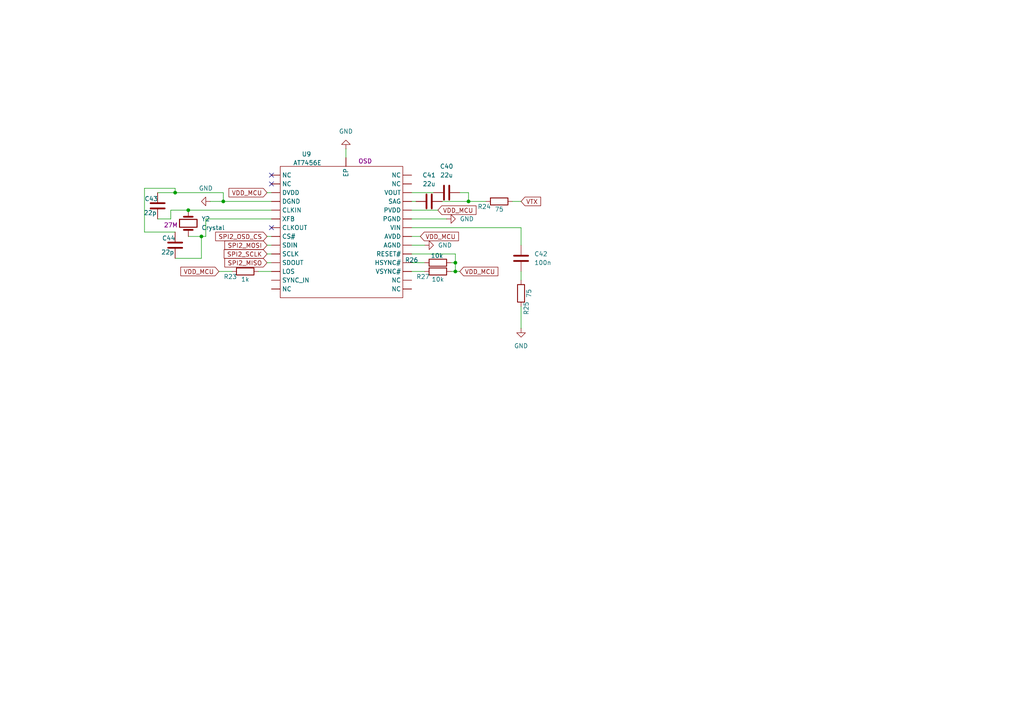
<source format=kicad_sch>
(kicad_sch (version 20250114) (generator "eeschema") (generator_version "9.0")
  (paper "A4")
  (lib_symbols
    (symbol "Device:C" (pin_numbers (hide yes)) (pin_names (offset 0.254))
      (property "Reference" "C" (at 0.635 2.54 0))
      (property "Value" "C" (at 0.635 -2.54 0))
      (symbol "C_0_1"
        (polyline (pts (xy -2.032 0.762) (xy 2.032 0.762)) (stroke (width 0.508)))
        (polyline (pts (xy -2.032 -0.762) (xy 2.032 -0.762)) (stroke (width 0.508)))
      )
      (symbol "C_1_1"
        (pin passive line (at 0 3.81 270) (length 2.794) (name "~") (number "1"))
        (pin passive line (at 0 -3.81 90) (length 2.794) (name "~") (number "2"))
      )
    )
    (symbol "Device:Crystal" (pin_numbers (hide yes)) (pin_names (offset 1.016) (hide yes))
      (property "Reference" "Y" (at 0 3.81 0))
      (property "Value" "Crystal" (at 0 -3.81 0))
      (symbol "Crystal_0_1"
        (polyline (pts (xy -2.54 0) (xy -1.905 0)))
        (polyline (pts (xy -1.905 -1.27) (xy -1.905 1.27)) (stroke (width 0.508)))
        (rectangle (start -1.143 2.54) (end 1.143 -2.54) (stroke (width 0.3048)))
        (polyline (pts (xy 1.905 -1.27) (xy 1.905 1.27)) (stroke (width 0.508)))
        (polyline (pts (xy 2.54 0) (xy 1.905 0)))
      )
      (symbol "Crystal_1_1"
        (pin passive line (at -3.81 0 0) (length 1.27) (name "1") (number "1"))
        (pin passive line (at 3.81 0 180) (length 1.27) (name "2") (number "2"))
      )
    )
    (symbol "Device:R" (pin_numbers (hide yes)) (pin_names (offset 0))
      (property "Reference" "R" (at 2.032 0 90))
      (property "Value" "R" (at 0 0 90))
      (symbol "R_0_1"
        (rectangle (start -1.016 -2.54) (end 1.016 2.54) (stroke (width 0.254)))
      )
      (symbol "R_1_1"
        (pin passive line (at 0 3.81 270) (length 1.27) (name "~") (number "1"))
        (pin passive line (at 0 -3.81 90) (length 1.27) (name "~") (number "2"))
      )
    )
    (symbol "fclib:AT7456E"
      (property "Reference" "U9" (at 9.144 1.524 0))
      (property "Value" "~" (at 19.05 1.27 0))
      (symbol "AT7456E_0_1"
        (rectangle (start 1.27 -1.27) (end 36.83 -39.37))
      )
      (symbol "AT7456E_1_1"
        (pin input line (at -1.27 -3.81 0) (length 2.54) (name "NC") (number ""))
        (pin input line (at -1.27 -6.35 0) (length 2.54) (name "NC") (number ""))
        (pin input line (at -1.27 -8.89 0) (length 2.54) (name "DVDD") (number ""))
        (pin input line (at -1.27 -11.43 0) (length 2.54) (name "DGND") (number ""))
        (pin input line (at -1.27 -13.97 0) (length 2.54) (name "CLKIN") (number ""))
        (pin input line (at -1.27 -16.51 0) (length 2.54) (name "XFB") (number ""))
        (pin input line (at -1.27 -19.05 0) (length 2.54) (name "CLKOUT") (number ""))
        (pin input line (at -1.27 -21.59 0) (length 2.54) (name "CS#") (number ""))
        (pin input line (at -1.27 -24.13 0) (length 2.54) (name "SDIN") (number ""))
        (pin input line (at -1.27 -26.67 0) (length 2.54) (name "SCLK") (number ""))
        (pin input line (at -1.27 -29.21 0) (length 2.54) (name "SDOUT") (number ""))
        (pin input line (at -1.27 -31.75 0) (length 2.54) (name "LOS") (number ""))
        (pin input line (at -1.27 -34.29 0) (length 2.54) (name "SYNC_IN") (number ""))
        (pin input line (at -1.27 -36.83 0) (length 2.54) (name "NC") (number ""))
        (pin input line (at 20.32 1.27 270) (length 2.54) (name "EP") (number ""))
        (pin input line (at 39.37 -3.81 180) (length 2.54) (name "NC") (number ""))
        (pin input line (at 39.37 -6.35 180) (length 2.54) (name "NC") (number ""))
        (pin input line (at 39.37 -8.89 180) (length 2.54) (name "VOUT") (number ""))
        (pin input line (at 39.37 -11.43 180) (length 2.54) (name "SAG") (number ""))
        (pin input line (at 39.37 -13.97 180) (length 2.54) (name "PVDD") (number ""))
        (pin input line (at 39.37 -16.51 180) (length 2.54) (name "PGND") (number ""))
        (pin input line (at 39.37 -19.05 180) (length 2.54) (name "VIN") (number ""))
        (pin input line (at 39.37 -21.59 180) (length 2.54) (name "AVDD") (number ""))
        (pin input line (at 39.37 -24.13 180) (length 2.54) (name "AGND") (number ""))
        (pin input line (at 39.37 -26.67 180) (length 2.54) (name "RESET#") (number ""))
        (pin input line (at 39.37 -29.21 180) (length 2.54) (name "HSYNC#") (number ""))
        (pin input line (at 39.37 -31.75 180) (length 2.54) (name "VSYNC#") (number ""))
        (pin input line (at 39.37 -34.29 180) (length 2.54) (name "NC") (number ""))
        (pin input line (at 39.37 -36.83 180) (length 2.54) (name "NC") (number ""))
      )
    )
    (symbol "power:GND" (power) (pin_numbers (hide yes)) (pin_names (offset 0) (hide yes))
      (property "Value" "GND" (at 0 -3.81 0))
      (symbol "GND_0_1"
        (polyline (pts (xy 0 0) (xy 0 -1.27) (xy 1.27 -1.27) (xy 0 -2.54) (xy -1.27 -1.27) (xy 0 -1.27)))
      )
      (symbol "GND_1_1"
        (pin power_in line (at 0 0 270) (length 0) (name "~") (number "1"))
      )
    )
  )
  (junction (at 135.89 58.42))
  (junction (at 132.08 78.74))
  (junction (at 132.08 76.2))
  (junction (at 54.61 60.96))
  (junction (at 58.42 68.58))
  (junction (at 64.77 58.42))
  (junction (at 50.8 55.88))
  (no_connect (at 78.74 66.04))
  (no_connect (at 78.74 53.34))
  (no_connect (at 78.74 50.8))
  (wire (pts (xy 151.13 88.9) (xy 151.13 95.25)))
  (wire (pts (xy 151.13 78.74) (xy 151.13 81.28)))
  (wire (pts (xy 119.38 78.74) (xy 123.19 78.74)))
  (wire (pts (xy 64.77 58.42) (xy 78.74 58.42)))
  (wire (pts (xy 119.38 55.88) (xy 125.73 55.88)))
  (wire (pts (xy 151.13 66.04) (xy 119.38 66.04)))
  (wire (pts (xy 77.47 76.2) (xy 78.74 76.2)))
  (wire (pts (xy 49.53 60.96) (xy 54.61 60.96)))
  (wire (pts (xy 77.47 55.88) (xy 78.74 55.88)))
  (wire (pts (xy 148.59 58.42) (xy 151.13 58.42)))
  (wire (pts (xy 50.8 55.88) (xy 64.77 55.88)))
  (wire (pts (xy 74.93 78.74) (xy 78.74 78.74)))
  (wire (pts (xy 50.8 54.61) (xy 50.8 55.88)))
  (wire (pts (xy 151.13 71.12) (xy 151.13 66.04)))
  (wire (pts (xy 49.53 63.5) (xy 49.53 60.96)))
  (wire (pts (xy 119.38 71.12) (xy 123.19 71.12)))
  (wire (pts (xy 77.47 71.12) (xy 78.74 71.12)))
  (wire (pts (xy 50.8 67.31) (xy 41.91 67.31)))
  (wire (pts (xy 54.61 60.96) (xy 78.74 60.96)))
  (wire (pts (xy 119.38 73.66) (xy 132.08 73.66)))
  (wire (pts (xy 41.91 67.31) (xy 41.91 54.61)))
  (wire (pts (xy 132.08 76.2) (xy 132.08 78.74)))
  (wire (pts (xy 130.81 78.74) (xy 132.08 78.74)))
  (wire (pts (xy 100.33 43.18) (xy 100.33 45.72)))
  (wire (pts (xy 77.47 68.58) (xy 78.74 68.58)))
  (wire (pts (xy 119.38 76.2) (xy 123.19 76.2)))
  (wire (pts (xy 45.72 55.88) (xy 50.8 55.88)))
  (wire (pts (xy 119.38 58.42) (xy 120.65 58.42)))
  (wire (pts (xy 45.72 63.5) (xy 49.53 63.5)))
  (wire (pts (xy 58.42 74.93) (xy 58.42 68.58)))
  (wire (pts (xy 58.42 68.58) (xy 54.61 68.58)))
  (wire (pts (xy 133.35 55.88) (xy 135.89 55.88)))
  (wire (pts (xy 130.81 76.2) (xy 132.08 76.2)))
  (wire (pts (xy 132.08 73.66) (xy 132.08 76.2)))
  (wire (pts (xy 77.47 73.66) (xy 78.74 73.66)))
  (wire (pts (xy 119.38 60.96) (xy 127 60.96)))
  (wire (pts (xy 59.69 68.58) (xy 58.42 68.58)))
  (wire (pts (xy 41.91 54.61) (xy 50.8 54.61)))
  (wire (pts (xy 60.96 58.42) (xy 64.77 58.42)))
  (wire (pts (xy 59.69 63.5) (xy 78.74 63.5)))
  (wire (pts (xy 63.5 78.74) (xy 67.31 78.74)))
  (wire (pts (xy 50.8 74.93) (xy 58.42 74.93)))
  (wire (pts (xy 64.77 55.88) (xy 64.77 58.42)))
  (wire (pts (xy 128.27 58.42) (xy 135.89 58.42)))
  (wire (pts (xy 119.38 63.5) (xy 129.54 63.5)))
  (wire (pts (xy 132.08 78.74) (xy 133.35 78.74)))
  (wire (pts (xy 135.89 55.88) (xy 135.89 58.42)))
  (wire (pts (xy 119.38 68.58) (xy 121.92 68.58)))
  (wire (pts (xy 135.89 58.42) (xy 140.97 58.42)))
  (wire (pts (xy 59.69 63.5) (xy 59.69 68.58)))
  (global_label "SPI2_OSD_CS" (shape input) (at 77.47 68.58 180) (property "Intersheetrefs" "${INTERSHEET_REFS}" (effects (hide yes))))
  (global_label "VDD_MCU" (shape input) (at 63.5 78.74 180) (property "Intersheetrefs" "${INTERSHEET_REFS}" (effects (hide yes))))
  (global_label "SPI2_MOSI" (shape input) (at 77.47 71.12 180) (property "Intersheetrefs" "${INTERSHEET_REFS}" (effects (hide yes))))
  (global_label "VTX" (shape input) (at 151.13 58.42 0) (property "Intersheetrefs" "${INTERSHEET_REFS}" (effects (hide yes))))
  (global_label "VDD_MCU" (shape input) (at 121.92 68.58 0) (property "Intersheetrefs" "${INTERSHEET_REFS}" (effects (hide yes))))
  (global_label "VDD_MCU" (shape input) (at 77.47 55.88 180) (property "Intersheetrefs" "${INTERSHEET_REFS}" (effects (hide yes))))
  (global_label "VDD_MCU" (shape input) (at 127 60.96 0) (property "Intersheetrefs" "${INTERSHEET_REFS}" (effects (hide yes))))
  (global_label "SPI2_MISO" (shape input) (at 77.47 76.2 180) (property "Intersheetrefs" "${INTERSHEET_REFS}" (effects (hide yes))))
  (global_label "VDD_MCU" (shape input) (at 133.35 78.74 0) (property "Intersheetrefs" "${INTERSHEET_REFS}" (effects (hide yes))))
  (global_label "SPI2_SCLK" (shape input) (at 77.47 73.66 180) (property "Intersheetrefs" "${INTERSHEET_REFS}" (effects (hide yes))))
  (symbol (lib_id "Device:R") (at 71.12 78.74 90) (unit 1)
    (property "Reference" "R23" (at 66.802 80.264 90))
    (property "Value" "1k" (at 71.12 81.026 90))
    (property "Footprint" "Resistor_SMD:R_0603_1608Metric" (effects (hide yes)))
    (property "Description" "Resistor" (effects (hide yes)))
  )
  (symbol (lib_id "Device:R") (at 127 78.74 90) (unit 1)
    (property "Reference" "R27" (at 122.682 80.264 90))
    (property "Value" "10k" (at 127 81.026 90))
    (property "Footprint" "Resistor_SMD:R_0603_1608Metric" (effects (hide yes)))
    (property "Description" "Resistor" (effects (hide yes)))
  )
  (symbol (lib_id "Device:R") (at 144.78 58.42 90) (unit 1)
    (property "Reference" "R24" (at 140.462 59.944 90))
    (property "Value" "75" (at 144.78 60.706 90))
    (property "Footprint" "Resistor_SMD:R_0603_1608Metric" (effects (hide yes)))
    (property "Description" "Resistor" (effects (hide yes)))
  )
  (symbol (lib_id "power:GND") (at 100.33 43.18 180) (unit 1)
    (property "Reference" "#PWR034" (effects (hide yes)))
    (property "Value" "GND" (at 100.33 38.1 0))
    (property "Description" "Power symbol creates a global label with name \"GND\" , ground" (effects (hide yes)))
  )
  (symbol (lib_id "power:GND") (at 123.19 71.12 90) (unit 1)
    (property "Reference" "#PWR036" (effects (hide yes)))
    (property "Value" "GND" (at 127 71.1199 90) (effects (justify right)))
    (property "Description" "Power symbol creates a global label with name \"GND\" , ground" (effects (hide yes)))
  )
  (symbol (lib_id "Device:C") (at 129.54 55.88 90) (unit 1)
    (property "Reference" "C40" (at 129.54 48.26 90))
    (property "Value" "22u" (at 129.54 50.8 90))
    (property "Footprint" "Capacitor_SMD:C_1210_3225Metric" (effects (hide yes)))
    (property "Description" "Unpolarized capacitor" (effects (hide yes)))
  )
  (symbol (lib_id "power:GND") (at 129.54 63.5 90) (unit 1)
    (property "Reference" "#PWR035" (effects (hide yes)))
    (property "Value" "GND" (at 133.35 63.4999 90) (effects (justify right)))
    (property "Description" "Power symbol creates a global label with name \"GND\" , ground" (effects (hide yes)))
  )
  (symbol (lib_id "fclib:AT7456E") (at 80.01 46.99 0) (unit 1)
    (property "Reference" "U9" (at 88.9 44.704 0))
    (property "Value" "AT7456E" (at 89.154 47.244 0))
    (property "Description" "OSD" (at 105.918 46.736 0))
  )
  (symbol (lib_id "Device:R") (at 151.13 85.09 180) (unit 1)
    (property "Reference" "R25" (at 152.654 89.408 90))
    (property "Value" "75" (at 153.416 85.09 90))
    (property "Footprint" "Resistor_SMD:R_0603_1608Metric" (effects (hide yes)))
    (property "Description" "Resistor" (effects (hide yes)))
  )
  (symbol (lib_id "Device:C") (at 151.13 74.93 180) (unit 1)
    (property "Reference" "C42" (at 154.94 73.6599 0) (effects (justify right)))
    (property "Value" "100n" (at 154.94 76.1999 0) (effects (justify right)))
    (property "Footprint" "Capacitor_SMD:C_0603_1608Metric" (effects (hide yes)))
    (property "Description" "Unpolarized capacitor" (effects (hide yes)))
  )
  (symbol (lib_id "power:GND") (at 60.96 58.42 270) (unit 1)
    (property "Reference" "#PWR033" (effects (hide yes)))
    (property "Value" "GND" (at 59.69 54.61 90))
    (property "Description" "Power symbol creates a global label with name \"GND\" , ground" (effects (hide yes)))
  )
  (symbol (lib_id "Device:C") (at 45.72 59.69 180) (unit 1)
    (property "Reference" "C43" (at 41.91 57.658 0) (effects (justify right)))
    (property "Value" "22p" (at 41.656 61.722 0) (effects (justify right)))
    (property "Footprint" "Capacitor_SMD:C_0603_1608Metric" (effects (hide yes)))
    (property "Description" "Unpolarized capacitor" (effects (hide yes)))
  )
  (symbol (lib_id "Device:R") (at 127 76.2 90) (unit 1)
    (property "Reference" "R26" (at 119.38 75.438 90))
    (property "Value" "10k" (at 126.746 74.168 90))
    (property "Footprint" "Resistor_SMD:R_0603_1608Metric" (effects (hide yes)))
    (property "Description" "Resistor" (effects (hide yes)))
  )
  (symbol (lib_id "Device:C") (at 124.46 58.42 90) (unit 1)
    (property "Reference" "C41" (at 124.46 50.8 90))
    (property "Value" "22u" (at 124.46 53.34 90))
    (property "Footprint" "Capacitor_SMD:C_1210_3225Metric" (effects (hide yes)))
    (property "Description" "Unpolarized capacitor" (effects (hide yes)))
  )
  (symbol (lib_id "power:GND") (at 151.13 95.25 0) (unit 1)
    (property "Reference" "#PWR037" (effects (hide yes)))
    (property "Value" "GND" (at 151.13 100.33 0))
    (property "Description" "Power symbol creates a global label with name \"GND\" , ground" (effects (hide yes)))
  )
  (symbol (lib_id "Device:Crystal") (at 54.61 64.77 90) (unit 1)
    (property "Reference" "Y2" (at 58.42 63.4999 90) (effects (justify right)))
    (property "Value" "Crystal" (at 58.42 66.0399 90) (effects (justify right)))
    (property "Footprint" "Crystal:Crystal_SMD_3225-4Pin_3.2x2.5mm" (effects (hide yes)))
    (property "Description" "Two pin crystal" (effects (hide yes)))
    (property "Fréquence" "27M" (at 49.53 65.278 90))
  )
  (symbol (lib_id "Device:C") (at 50.8 71.12 180) (unit 1)
    (property "Reference" "C44" (at 46.99 69.088 0) (effects (justify right)))
    (property "Value" "22p" (at 46.736 73.152 0) (effects (justify right)))
    (property "Footprint" "Capacitor_SMD:C_0603_1608Metric" (effects (hide yes)))
    (property "Description" "Unpolarized capacitor" (effects (hide yes)))
  )
)
</source>
